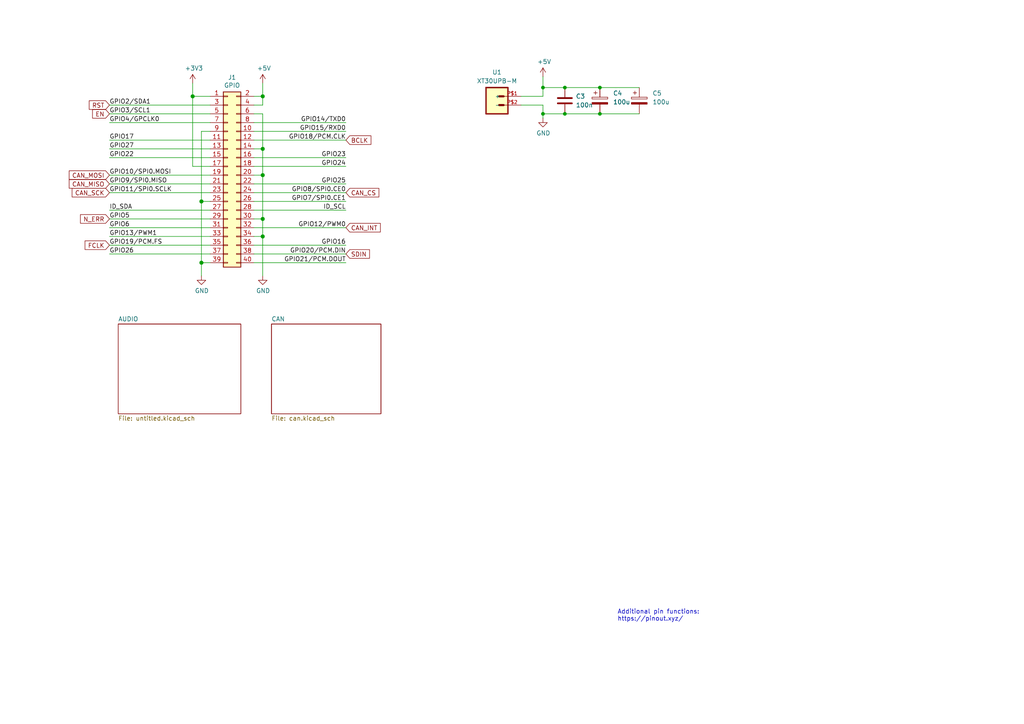
<source format=kicad_sch>
(kicad_sch (version 20231120) (generator "eeschema") (generator_version "8.0")
  (paper "A4")
  (title_block (date "15 nov 2012"))
  (lib_symbols
    (symbol "Connector_Generic:Conn_02x20_Odd_Even" (pin_names (offset 1.016) hide)
      (property "Reference" "J" (at 1.27 25.4 0))
      (property "Value" "Conn_02x20_Odd_Even" (at 1.27 -27.94 0))
      (symbol "Conn_02x20_Odd_Even_1_1"
        (rectangle (start -1.27 -25.273) (end 0 -25.527) (stroke (width 0.1524)))
        (rectangle (start -1.27 -22.733) (end 0 -22.987) (stroke (width 0.1524)))
        (rectangle (start -1.27 -20.193) (end 0 -20.447) (stroke (width 0.1524)))
        (rectangle (start -1.27 -17.653) (end 0 -17.907) (stroke (width 0.1524)))
        (rectangle (start -1.27 -15.113) (end 0 -15.367) (stroke (width 0.1524)))
        (rectangle (start -1.27 -12.573) (end 0 -12.827) (stroke (width 0.1524)))
        (rectangle (start -1.27 -10.033) (end 0 -10.287) (stroke (width 0.1524)))
        (rectangle (start -1.27 -7.493) (end 0 -7.747) (stroke (width 0.1524)))
        (rectangle (start -1.27 -4.953) (end 0 -5.207) (stroke (width 0.1524)))
        (rectangle (start -1.27 -2.413) (end 0 -2.667) (stroke (width 0.1524)))
        (rectangle (start -1.27 0.127) (end 0 -0.127) (stroke (width 0.1524)))
        (rectangle (start -1.27 2.667) (end 0 2.413) (stroke (width 0.1524)))
        (rectangle (start -1.27 5.207) (end 0 4.953) (stroke (width 0.1524)))
        (rectangle (start -1.27 7.747) (end 0 7.493) (stroke (width 0.1524)))
        (rectangle (start -1.27 10.287) (end 0 10.033) (stroke (width 0.1524)))
        (rectangle (start -1.27 12.827) (end 0 12.573) (stroke (width 0.1524)))
        (rectangle (start -1.27 15.367) (end 0 15.113) (stroke (width 0.1524)))
        (rectangle (start -1.27 17.907) (end 0 17.653) (stroke (width 0.1524)))
        (rectangle (start -1.27 20.447) (end 0 20.193) (stroke (width 0.1524)))
        (rectangle (start -1.27 22.987) (end 0 22.733) (stroke (width 0.1524)))
        (rectangle (start -1.27 24.13) (end 3.81 -26.67) (stroke (width 0.254)) (fill (type background)))
        (rectangle (start 3.81 -25.273) (end 2.54 -25.527) (stroke (width 0.1524)))
        (rectangle (start 3.81 -22.733) (end 2.54 -22.987) (stroke (width 0.1524)))
        (rectangle (start 3.81 -20.193) (end 2.54 -20.447) (stroke (width 0.1524)))
        (rectangle (start 3.81 -17.653) (end 2.54 -17.907) (stroke (width 0.1524)))
        (rectangle (start 3.81 -15.113) (end 2.54 -15.367) (stroke (width 0.1524)))
        (rectangle (start 3.81 -12.573) (end 2.54 -12.827) (stroke (width 0.1524)))
        (rectangle (start 3.81 -10.033) (end 2.54 -10.287) (stroke (width 0.1524)))
        (rectangle (start 3.81 -7.493) (end 2.54 -7.747) (stroke (width 0.1524)))
        (rectangle (start 3.81 -4.953) (end 2.54 -5.207) (stroke (width 0.1524)))
        (rectangle (start 3.81 -2.413) (end 2.54 -2.667) (stroke (width 0.1524)))
        (rectangle (start 3.81 0.127) (end 2.54 -0.127) (stroke (width 0.1524)))
        (rectangle (start 3.81 2.667) (end 2.54 2.413) (stroke (width 0.1524)))
        (rectangle (start 3.81 5.207) (end 2.54 4.953) (stroke (width 0.1524)))
        (rectangle (start 3.81 7.747) (end 2.54 7.493) (stroke (width 0.1524)))
        (rectangle (start 3.81 10.287) (end 2.54 10.033) (stroke (width 0.1524)))
        (rectangle (start 3.81 12.827) (end 2.54 12.573) (stroke (width 0.1524)))
        (rectangle (start 3.81 15.367) (end 2.54 15.113) (stroke (width 0.1524)))
        (rectangle (start 3.81 17.907) (end 2.54 17.653) (stroke (width 0.1524)))
        (rectangle (start 3.81 20.447) (end 2.54 20.193) (stroke (width 0.1524)))
        (rectangle (start 3.81 22.987) (end 2.54 22.733) (stroke (width 0.1524)))
        (pin passive line (at -5.08 22.86 0) (length 3.81) (name "Pin_1") (number "1"))
        (pin passive line (at 7.62 12.7 180) (length 3.81) (name "Pin_10") (number "10"))
        (pin passive line (at -5.08 10.16 0) (length 3.81) (name "Pin_11") (number "11"))
        (pin passive line (at 7.62 10.16 180) (length 3.81) (name "Pin_12") (number "12"))
        (pin passive line (at -5.08 7.62 0) (length 3.81) (name "Pin_13") (number "13"))
        (pin passive line (at 7.62 7.62 180) (length 3.81) (name "Pin_14") (number "14"))
        (pin passive line (at -5.08 5.08 0) (length 3.81) (name "Pin_15") (number "15"))
        (pin passive line (at 7.62 5.08 180) (length 3.81) (name "Pin_16") (number "16"))
        (pin passive line (at -5.08 2.54 0) (length 3.81) (name "Pin_17") (number "17"))
        (pin passive line (at 7.62 2.54 180) (length 3.81) (name "Pin_18") (number "18"))
        (pin passive line (at -5.08 0 0) (length 3.81) (name "Pin_19") (number "19"))
        (pin passive line (at 7.62 22.86 180) (length 3.81) (name "Pin_2") (number "2"))
        (pin passive line (at 7.62 0 180) (length 3.81) (name "Pin_20") (number "20"))
        (pin passive line (at -5.08 -2.54 0) (length 3.81) (name "Pin_21") (number "21"))
        (pin passive line (at 7.62 -2.54 180) (length 3.81) (name "Pin_22") (number "22"))
        (pin passive line (at -5.08 -5.08 0) (length 3.81) (name "Pin_23") (number "23"))
        (pin passive line (at 7.62 -5.08 180) (length 3.81) (name "Pin_24") (number "24"))
        (pin passive line (at -5.08 -7.62 0) (length 3.81) (name "Pin_25") (number "25"))
        (pin passive line (at 7.62 -7.62 180) (length 3.81) (name "Pin_26") (number "26"))
        (pin passive line (at -5.08 -10.16 0) (length 3.81) (name "Pin_27") (number "27"))
        (pin passive line (at 7.62 -10.16 180) (length 3.81) (name "Pin_28") (number "28"))
        (pin passive line (at -5.08 -12.7 0) (length 3.81) (name "Pin_29") (number "29"))
        (pin passive line (at -5.08 20.32 0) (length 3.81) (name "Pin_3") (number "3"))
        (pin passive line (at 7.62 -12.7 180) (length 3.81) (name "Pin_30") (number "30"))
        (pin passive line (at -5.08 -15.24 0) (length 3.81) (name "Pin_31") (number "31"))
        (pin passive line (at 7.62 -15.24 180) (length 3.81) (name "Pin_32") (number "32"))
        (pin passive line (at -5.08 -17.78 0) (length 3.81) (name "Pin_33") (number "33"))
        (pin passive line (at 7.62 -17.78 180) (length 3.81) (name "Pin_34") (number "34"))
        (pin passive line (at -5.08 -20.32 0) (length 3.81) (name "Pin_35") (number "35"))
        (pin passive line (at 7.62 -20.32 180) (length 3.81) (name "Pin_36") (number "36"))
        (pin passive line (at -5.08 -22.86 0) (length 3.81) (name "Pin_37") (number "37"))
        (pin passive line (at 7.62 -22.86 180) (length 3.81) (name "Pin_38") (number "38"))
        (pin passive line (at -5.08 -25.4 0) (length 3.81) (name "Pin_39") (number "39"))
        (pin passive line (at 7.62 20.32 180) (length 3.81) (name "Pin_4") (number "4"))
        (pin passive line (at 7.62 -25.4 180) (length 3.81) (name "Pin_40") (number "40"))
        (pin passive line (at -5.08 17.78 0) (length 3.81) (name "Pin_5") (number "5"))
        (pin passive line (at 7.62 17.78 180) (length 3.81) (name "Pin_6") (number "6"))
        (pin passive line (at -5.08 15.24 0) (length 3.81) (name "Pin_7") (number "7"))
        (pin passive line (at 7.62 15.24 180) (length 3.81) (name "Pin_8") (number "8"))
        (pin passive line (at -5.08 12.7 0) (length 3.81) (name "Pin_9") (number "9"))
      )
    )
    (symbol "Device:C" (pin_numbers hide) (pin_names (offset 0.254))
      (property "Reference" "C" (at 0.635 2.54 0))
      (property "Value" "C" (at 0.635 -2.54 0))
      (symbol "C_0_1"
        (polyline (pts (xy -2.032 -0.762) (xy 2.032 -0.762)) (stroke (width 0.508)))
        (polyline (pts (xy -2.032 0.762) (xy 2.032 0.762)) (stroke (width 0.508)))
      )
      (symbol "C_1_1"
        (pin passive line (at 0 3.81 270) (length 2.794) (name "~") (number "1"))
        (pin passive line (at 0 -3.81 90) (length 2.794) (name "~") (number "2"))
      )
    )
    (symbol "Device:C_Polarized" (pin_numbers hide) (pin_names (offset 0.254))
      (property "Reference" "C" (at 0.635 2.54 0))
      (property "Value" "C_Polarized" (at 0.635 -2.54 0))
      (symbol "C_Polarized_0_1"
        (rectangle (start -2.286 0.508) (end 2.286 1.016))
        (polyline (pts (xy -1.778 2.286) (xy -0.762 2.286)))
        (polyline (pts (xy -1.27 2.794) (xy -1.27 1.778)))
        (rectangle (start 2.286 -0.508) (end -2.286 -1.016) (fill (type outline)))
      )
      (symbol "C_Polarized_1_1"
        (pin passive line (at 0 3.81 270) (length 2.794) (name "~") (number "1"))
        (pin passive line (at 0 -3.81 90) (length 2.794) (name "~") (number "2"))
      )
    )
    (symbol "XT30UPB-M:XT30UPB-M" (pin_names (offset 1.016))
      (property "Reference" "U" (at -2.54 5.588 0))
      (property "Value" "XT30UPB-M" (at -2.54 -4.826 0))
      (symbol "XT30UPB-M_0_0"
        (rectangle (start -2.54 -2.54) (end 3.81 5.08) (stroke (width 0.4064)) (fill (type background)))
        (polyline (pts (xy 1.27 0) (xy 2.54 0)) (stroke (width 0.6096)))
        (polyline (pts (xy 1.27 2.54) (xy 2.54 2.54)) (stroke (width 0.6096)))
        (pin passive line (at 7.62 2.54 180) (length 5.08) (name "+") (number "P$1"))
        (pin passive line (at 7.62 0 180) (length 5.08) (name "-") (number "P$2"))
      )
    )
    (symbol "power:+3.3V" (power) (pin_names (offset 0))
      (property "Value" "+3.3V" (at 0 3.556 0))
      (symbol "+3.3V_0_1"
        (polyline (pts (xy -0.762 1.27) (xy 0 2.54)))
        (polyline (pts (xy 0 0) (xy 0 2.54)))
        (polyline (pts (xy 0 2.54) (xy 0.762 1.27)))
      )
      (symbol "+3.3V_1_1"
        (pin power_in line (at 0 0 90) (length 0) hide (name "+3V3") (number "1"))
      )
    )
    (symbol "power:+5V" (power) (pin_names (offset 0))
      (property "Value" "+5V" (at 0 3.556 0))
      (symbol "+5V_0_1"
        (polyline (pts (xy -0.762 1.27) (xy 0 2.54)))
        (polyline (pts (xy 0 0) (xy 0 2.54)))
        (polyline (pts (xy 0 2.54) (xy 0.762 1.27)))
      )
      (symbol "+5V_1_1"
        (pin power_in line (at 0 0 90) (length 0) hide (name "+5V") (number "1"))
      )
    )
    (symbol "power:GND" (power) (pin_names (offset 0))
      (property "Value" "GND" (at 0 -3.81 0))
      (symbol "GND_0_1"
        (polyline (pts (xy 0 0) (xy 0 -1.27) (xy 1.27 -1.27) (xy 0 -2.54) (xy -1.27 -1.27) (xy 0 -1.27)))
      )
      (symbol "GND_1_1"
        (pin power_in line (at 0 0 270) (length 0) hide (name "GND") (number "1"))
      )
    )
  )
  (junction (at 76.2 27.94) (diameter 1.016))
  (junction (at 76.2 43.18) (diameter 1.016))
  (junction (at 173.99 33.02))
  (junction (at 157.48 25.4))
  (junction (at 163.83 25.4))
  (junction (at 163.83 33.02))
  (junction (at 157.48 33.02))
  (junction (at 58.42 76.2) (diameter 1.016))
  (junction (at 173.99 25.4))
  (junction (at 58.42 58.42) (diameter 1.016))
  (junction (at 76.2 68.58) (diameter 1.016))
  (junction (at 76.2 63.5) (diameter 1.016))
  (junction (at 76.2 50.8) (diameter 1.016))
  (junction (at 55.88 27.94) (diameter 1.016))
  (wire (pts (xy 58.42 58.42) (xy 58.42 76.2)))
  (wire (pts (xy 73.66 58.42) (xy 100.33 58.42)))
  (wire (pts (xy 60.96 40.64) (xy 31.75 40.64)))
  (wire (pts (xy 76.2 33.02) (xy 76.2 43.18)))
  (wire (pts (xy 76.2 50.8) (xy 73.66 50.8)))
  (wire (pts (xy 76.2 63.5) (xy 76.2 68.58)))
  (wire (pts (xy 76.2 50.8) (xy 76.2 63.5)))
  (wire (pts (xy 173.99 25.4) (xy 185.42 25.4)))
  (wire (pts (xy 157.48 33.02) (xy 163.83 33.02)))
  (wire (pts (xy 73.66 35.56) (xy 100.33 35.56)))
  (wire (pts (xy 58.42 38.1) (xy 58.42 58.42)))
  (wire (pts (xy 58.42 38.1) (xy 60.96 38.1)))
  (wire (pts (xy 163.83 33.02) (xy 173.99 33.02)))
  (wire (pts (xy 73.66 55.88) (xy 100.33 55.88)))
  (wire (pts (xy 60.96 60.96) (xy 31.75 60.96)))
  (wire (pts (xy 31.75 63.5) (xy 60.96 63.5)))
  (wire (pts (xy 157.48 33.02) (xy 157.48 34.29)))
  (wire (pts (xy 163.83 25.4) (xy 173.99 25.4)))
  (wire (pts (xy 58.42 58.42) (xy 60.96 58.42)))
  (wire (pts (xy 73.66 45.72) (xy 100.33 45.72)))
  (wire (pts (xy 73.66 76.2) (xy 100.33 76.2)))
  (wire (pts (xy 58.42 76.2) (xy 58.42 80.01)))
  (wire (pts (xy 31.75 43.18) (xy 60.96 43.18)))
  (wire (pts (xy 55.88 24.13) (xy 55.88 27.94)))
  (wire (pts (xy 173.99 33.02) (xy 185.42 33.02)))
  (wire (pts (xy 76.2 68.58) (xy 73.66 68.58)))
  (wire (pts (xy 31.75 33.02) (xy 60.96 33.02)))
  (wire (pts (xy 31.75 55.88) (xy 60.96 55.88)))
  (wire (pts (xy 55.88 48.26) (xy 60.96 48.26)))
  (wire (pts (xy 60.96 30.48) (xy 31.75 30.48)))
  (wire (pts (xy 151.13 30.48) (xy 157.48 30.48)))
  (wire (pts (xy 76.2 27.94) (xy 76.2 30.48)))
  (wire (pts (xy 76.2 43.18) (xy 76.2 50.8)))
  (wire (pts (xy 73.66 40.64) (xy 100.33 40.64)))
  (wire (pts (xy 76.2 43.18) (xy 73.66 43.18)))
  (wire (pts (xy 76.2 24.13) (xy 76.2 27.94)))
  (wire (pts (xy 31.75 35.56) (xy 60.96 35.56)))
  (wire (pts (xy 76.2 27.94) (xy 73.66 27.94)))
  (wire (pts (xy 55.88 27.94) (xy 55.88 48.26)))
  (wire (pts (xy 73.66 48.26) (xy 100.33 48.26)))
  (wire (pts (xy 73.66 38.1) (xy 100.33 38.1)))
  (wire (pts (xy 31.75 45.72) (xy 60.96 45.72)))
  (wire (pts (xy 31.75 53.34) (xy 60.96 53.34)))
  (wire (pts (xy 157.48 25.4) (xy 163.83 25.4)))
  (wire (pts (xy 31.75 66.04) (xy 60.96 66.04)))
  (wire (pts (xy 76.2 30.48) (xy 73.66 30.48)))
  (wire (pts (xy 31.75 71.12) (xy 60.96 71.12)))
  (wire (pts (xy 73.66 71.12) (xy 100.33 71.12)))
  (wire (pts (xy 73.66 66.04) (xy 100.33 66.04)))
  (wire (pts (xy 58.42 76.2) (xy 60.96 76.2)))
  (wire (pts (xy 73.66 73.66) (xy 100.33 73.66)))
  (wire (pts (xy 76.2 33.02) (xy 73.66 33.02)))
  (wire (pts (xy 31.75 73.66) (xy 60.96 73.66)))
  (wire (pts (xy 157.48 25.4) (xy 157.48 22.225)))
  (wire (pts (xy 157.48 27.94) (xy 157.48 25.4)))
  (wire (pts (xy 76.2 68.58) (xy 76.2 80.01)))
  (wire (pts (xy 73.66 53.34) (xy 100.33 53.34)))
  (wire (pts (xy 60.96 68.58) (xy 31.75 68.58)))
  (wire (pts (xy 76.2 63.5) (xy 73.66 63.5)))
  (wire (pts (xy 157.48 30.48) (xy 157.48 33.02)))
  (wire (pts (xy 55.88 27.94) (xy 60.96 27.94)))
  (wire (pts (xy 60.96 50.8) (xy 31.75 50.8)))
  (wire (pts (xy 73.66 60.96) (xy 100.33 60.96)))
  (wire (pts (xy 151.13 27.94) (xy 157.48 27.94)))
  (text "Additional pin functions:\nhttps://pinout.xyz/" (at 179.07 180.34 0) (effects (font (size 1.27 1.27)) (justify left bottom)))
  (label "ID_SDA" (at 31.75 60.96 0))
  (label "GPIO6" (at 31.75 66.04 0))
  (label "ID_SCL" (at 100.33 60.96 180))
  (label "GPIO5" (at 31.75 63.5 0))
  (label "GPIO21{slash}PCM.DOUT" (at 100.33 76.2 180))
  (label "GPIO19{slash}PCM.FS" (at 31.75 71.12 0))
  (label "GPIO10{slash}SPI0.MOSI" (at 31.75 50.8 0))
  (label "GPIO9{slash}SPI0.MISO" (at 31.75 53.34 0))
  (label "GPIO23" (at 100.33 45.72 180))
  (label "GPIO4{slash}GPCLK0" (at 31.75 35.56 0))
  (label "GPIO27" (at 31.75 43.18 0))
  (label "GPIO26" (at 31.75 73.66 0))
  (label "GPIO14{slash}TXD0" (at 100.33 35.56 180))
  (label "GPIO8{slash}SPI0.CE0" (at 100.33 55.88 180))
  (label "GPIO15{slash}RXD0" (at 100.33 38.1 180))
  (label "GPIO16" (at 100.33 71.12 180))
  (label "GPIO22" (at 31.75 45.72 0))
  (label "GPIO2{slash}SDA1" (at 31.75 30.48 0))
  (label "GPIO17" (at 31.75 40.64 0))
  (label "GPIO25" (at 100.33 53.34 180))
  (label "GPIO3{slash}SCL1" (at 31.75 33.02 0))
  (label "GPIO18{slash}PCM.CLK" (at 100.33 40.64 180))
  (label "GPIO12{slash}PWM0" (at 100.33 66.04 180))
  (label "GPIO13{slash}PWM1" (at 31.75 68.58 0))
  (label "GPIO20{slash}PCM.DIN" (at 100.33 73.66 180))
  (label "GPIO24" (at 100.33 48.26 180))
  (label "GPIO7{slash}SPI0.CE1" (at 100.33 58.42 180))
  (label "GPIO11{slash}SPI0.SCLK" (at 31.75 55.88 0))
  (global_label "RST" (shape input) (at 31.75 30.48 180) (property "Intersheetrefs" "${INTERSHEET_REFS}" (effects (hide yes))))
  (global_label "N_ERR" (shape input) (at 31.75 63.5 180) (property "Intersheetrefs" "${INTERSHEET_REFS}" (effects (hide yes))))
  (global_label "EN" (shape input) (at 31.75 33.02 180) (property "Intersheetrefs" "${INTERSHEET_REFS}" (effects (hide yes))))
  (global_label "FCLK" (shape input) (at 31.75 71.12 180) (property "Intersheetrefs" "${INTERSHEET_REFS}" (effects (hide yes))))
  (global_label "CAN_CS" (shape input) (at 100.33 55.88 0) (property "Intersheetrefs" "${INTERSHEET_REFS}" (effects (hide yes))))
  (global_label "CAN_MISO" (shape input) (at 31.75 53.34 180) (property "Intersheetrefs" "${INTERSHEET_REFS}" (effects (hide yes))))
  (global_label "CAN_MOSI" (shape input) (at 31.75 50.8 180) (property "Intersheetrefs" "${INTERSHEET_REFS}" (effects (hide yes))))
  (global_label "CAN_SCK" (shape input) (at 31.75 55.88 180) (property "Intersheetrefs" "${INTERSHEET_REFS}" (effects (hide yes))))
  (global_label "BCLK" (shape input) (at 100.33 40.64 0) (property "Intersheetrefs" "${INTERSHEET_REFS}" (effects (hide yes))))
  (global_label "CAN_INT" (shape input) (at 100.33 66.04 0) (property "Intersheetrefs" "${INTERSHEET_REFS}" (effects (hide yes))))
  (global_label "SDIN" (shape input) (at 100.33 73.66 0) (property "Intersheetrefs" "${INTERSHEET_REFS}" (effects (hide yes))))
  (symbol (lib_id "power:+5V") (at 76.2 24.13 0) (unit 1)
    (property "Reference" "#PWR01" (effects (hide yes)))
    (property "Value" "+5V" (at 76.5683 19.8056 0))
  )
  (symbol (lib_id "power:+3.3V") (at 55.88 24.13 0) (unit 1)
    (property "Reference" "#PWR04" (effects (hide yes)))
    (property "Value" "+3V3" (at 56.2483 19.8056 0))
  )
  (symbol (lib_id "power:GND") (at 76.2 80.01 0) (unit 1)
    (property "Reference" "#PWR02" (effects (hide yes)))
    (property "Value" "GND" (at 76.3143 84.3344 0))
  )
  (symbol (lib_id "power:GND") (at 58.42 80.01 0) (unit 1)
    (property "Reference" "#PWR03" (effects (hide yes)))
    (property "Value" "GND" (at 58.5343 84.3344 0))
  )
  (symbol (lib_id "Connector_Generic:Conn_02x20_Odd_Even") (at 66.04 50.8 0) (unit 1)
    (property "Reference" "J1" (at 67.31 22.4598 0))
    (property "Value" "GPIO" (at 67.31 24.765 0))
    (property "Footprint" "Connector_PinSocket_2.54mm:PinSocket_2x20_P2.54mm_Vertical" (effects (hide yes)))
  )
  (symbol (lib_id "XT30UPB-M:XT30UPB-M") (at 143.51 30.48 0) (unit 1)
    (property "Reference" "U1" (at 144.145 20.955 0))
    (property "Value" "XT30UPB-M" (at 144.145 23.495 0))
    (property "Footprint" "XT30UPB-M:XT30UPB-M" (effects (hide yes)))
    (property "MF" "amass" (effects (hide yes)))
    (property "Description_1" "\nSocket; DC supply; XT30; male; PIN: 2; on PCBs; THT; yellow; 15A; 500V\n" (effects (hide yes)))
    (property "Package" "None" (effects (hide yes)))
    (property "Price" "None" (effects (hide yes)))
    (property "SnapEDA_Link" "https://www.snapeda.com/parts/XT30UPB-M/AMASS/view-part/?ref=snap" (effects (hide yes)))
    (property "MP" "XT30UPB-M" (effects (hide yes)))
    (property "Availability" "Not in stock" (effects (hide yes)))
    (property "Check_prices" "https://www.snapeda.com/parts/XT30UPB-M/AMASS/view-part/?ref=eda" (effects (hide yes)))
  )
  (symbol (lib_id "Device:C_Polarized") (at 185.42 29.21 0) (unit 1)
    (property "Reference" "C5" (at 189.23 27.0509 0) (effects (justify left)))
    (property "Value" "100u" (at 189.23 29.5909 0) (effects (justify left)))
    (property "Footprint" "Capacitor_Tantalum_SMD:CP_EIA-7132-28_AVX-C_Pad2.72x3.50mm_HandSolder" (effects (hide yes)))
    (property "Description" "Polarized capacitor" (effects (hide yes)))
  )
  (symbol (lib_id "Device:C_Polarized") (at 173.99 29.21 0) (unit 1)
    (property "Reference" "C4" (at 177.8 27.0509 0) (effects (justify left)))
    (property "Value" "100u" (at 177.8 29.5909 0) (effects (justify left)))
    (property "Footprint" "Capacitor_Tantalum_SMD:CP_EIA-7132-28_AVX-C_Pad2.72x3.50mm_HandSolder" (effects (hide yes)))
    (property "Description" "Polarized capacitor" (effects (hide yes)))
  )
  (symbol (lib_id "power:+5V") (at 157.48 22.225 0) (unit 1)
    (property "Reference" "#PWR05" (effects (hide yes)))
    (property "Value" "+5V" (at 157.8483 17.9006 0))
  )
  (symbol (lib_id "power:GND") (at 157.48 34.29 0) (unit 1)
    (property "Reference" "#PWR06" (effects (hide yes)))
    (property "Value" "GND" (at 157.5943 38.6144 0))
  )
  (symbol (lib_id "Device:C") (at 163.83 29.21 0) (unit 1)
    (property "Reference" "C3" (at 167.005 27.9399 0) (effects (justify left)))
    (property "Value" "100n" (at 167.005 30.4799 0) (effects (justify left)))
    (property "Footprint" "Capacitor_SMD:C_0603_1608Metric_Pad1.08x0.95mm_HandSolder" (effects (hide yes)))
    (property "Description" "Unpolarized capacitor" (effects (hide yes)))
  )
  (sheet (at 78.74 93.98) (size 31.75 26.035) (stroke (width 0.1524))
    (property "Sheetname" "CAN" (at 78.74 93.2684 0) (effects (justify left bottom)))
    (property "Sheetfile" "can.kicad_sch" (at 78.74 120.5996 0) (effects (justify left top)))
  )
  (sheet (at 34.29 93.98) (size 35.56 26.035) (stroke (width 0.1524))
    (property "Sheetname" "AUDIO" (at 34.29 93.2684 0) (effects (justify left bottom)))
    (property "Sheetfile" "untitled.kicad_sch" (at 34.29 120.5996 0) (effects (justify left top)))
  )
)
</source>
